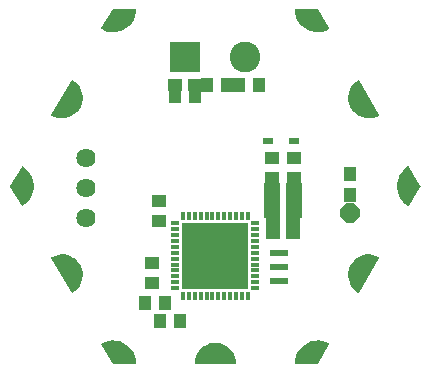
<source format=gbr>
G04 EAGLE Gerber RS-274X export*
G75*
%MOMM*%
%FSLAX34Y34*%
%LPD*%
%INSoldermask Bottom*%
%IPPOS*%
%AMOC8*
5,1,8,0,0,1.08239X$1,22.5*%
G01*
%ADD10C,1.101600*%
%ADD11R,2.601600X2.601600*%
%ADD12C,2.601600*%
%ADD13R,1.201600X1.101600*%
%ADD14R,1.101600X1.201600*%
%ADD15R,1.501597X0.501600*%
%ADD16R,0.651600X0.355600*%
%ADD17R,0.355600X0.651600*%
%ADD18R,5.701600X5.701600*%
%ADD19P,1.759533X8X112.500000*%
%ADD20R,1.401600X1.601600*%
%ADD21C,1.625600*%
%ADD22R,0.901600X0.601600*%

G36*
X17029Y319D02*
X17029Y319D01*
X17058Y317D01*
X17125Y339D01*
X17195Y353D01*
X17219Y369D01*
X17247Y378D01*
X17300Y425D01*
X17359Y465D01*
X17375Y490D01*
X17397Y509D01*
X17428Y573D01*
X17466Y633D01*
X17471Y662D01*
X17483Y688D01*
X17492Y787D01*
X17499Y829D01*
X17496Y840D01*
X17498Y854D01*
X17266Y3652D01*
X17256Y3685D01*
X17252Y3733D01*
X16563Y6455D01*
X16548Y6486D01*
X16536Y6533D01*
X15408Y9104D01*
X15388Y9132D01*
X15369Y9177D01*
X13833Y11527D01*
X13809Y11552D01*
X13783Y11592D01*
X11881Y13658D01*
X11853Y13678D01*
X11820Y13714D01*
X9605Y15438D01*
X9574Y15454D01*
X9536Y15483D01*
X7066Y16820D01*
X7033Y16830D01*
X6991Y16853D01*
X5805Y17260D01*
X4351Y17759D01*
X4335Y17765D01*
X4301Y17769D01*
X4255Y17785D01*
X1486Y18247D01*
X1451Y18246D01*
X1404Y18254D01*
X-1404Y18254D01*
X-1438Y18247D01*
X-1486Y18247D01*
X-4255Y17785D01*
X-4288Y17772D01*
X-4335Y17765D01*
X-6991Y16853D01*
X-7021Y16835D01*
X-7066Y16820D01*
X-9536Y15483D01*
X-9562Y15461D01*
X-9605Y15438D01*
X-11820Y13714D01*
X-11843Y13687D01*
X-11881Y13658D01*
X-13783Y11592D01*
X-13801Y11563D01*
X-13833Y11527D01*
X-15369Y9177D01*
X-15382Y9144D01*
X-15408Y9104D01*
X-16536Y6533D01*
X-16543Y6499D01*
X-16546Y6493D01*
X-16552Y6484D01*
X-16553Y6478D01*
X-16563Y6455D01*
X-17252Y3733D01*
X-17254Y3698D01*
X-17266Y3652D01*
X-17498Y854D01*
X-17494Y825D01*
X-17499Y796D01*
X-17483Y727D01*
X-17474Y656D01*
X-17460Y631D01*
X-17453Y603D01*
X-17411Y545D01*
X-17376Y484D01*
X-17352Y466D01*
X-17335Y442D01*
X-17274Y406D01*
X-17217Y363D01*
X-17189Y356D01*
X-17164Y341D01*
X-17066Y324D01*
X-17025Y314D01*
X-17014Y316D01*
X-17000Y313D01*
X17000Y313D01*
X17029Y319D01*
G37*
G36*
X-121393Y60622D02*
X-121393Y60622D01*
X-121322Y60619D01*
X-121295Y60630D01*
X-121266Y60632D01*
X-121176Y60674D01*
X-121136Y60689D01*
X-121128Y60697D01*
X-121115Y60702D01*
X-118812Y62302D01*
X-118788Y62327D01*
X-118748Y62354D01*
X-116739Y64311D01*
X-116720Y64340D01*
X-116685Y64374D01*
X-115026Y66634D01*
X-115011Y66666D01*
X-114982Y66705D01*
X-113718Y69208D01*
X-113709Y69241D01*
X-113687Y69284D01*
X-112851Y71961D01*
X-112848Y71996D01*
X-112833Y72042D01*
X-112450Y74820D01*
X-112452Y74855D01*
X-112446Y74902D01*
X-112525Y77706D01*
X-112533Y77740D01*
X-112534Y77788D01*
X-113073Y80540D01*
X-113087Y80572D01*
X-113096Y80619D01*
X-114081Y83245D01*
X-114096Y83270D01*
X-114101Y83289D01*
X-114109Y83300D01*
X-114116Y83319D01*
X-115520Y85747D01*
X-115543Y85773D01*
X-115567Y85815D01*
X-117351Y87979D01*
X-117378Y88000D01*
X-117409Y88038D01*
X-119525Y89878D01*
X-119555Y89895D01*
X-119591Y89927D01*
X-121982Y91394D01*
X-122014Y91406D01*
X-122055Y91431D01*
X-124654Y92485D01*
X-124688Y92491D01*
X-124733Y92509D01*
X-127470Y93121D01*
X-127505Y93122D01*
X-127552Y93132D01*
X-130352Y93285D01*
X-130386Y93280D01*
X-130434Y93283D01*
X-133222Y92972D01*
X-133255Y92962D01*
X-133303Y92956D01*
X-136001Y92191D01*
X-136031Y92176D01*
X-136078Y92162D01*
X-138613Y90964D01*
X-138637Y90946D01*
X-138664Y90936D01*
X-138716Y90887D01*
X-138773Y90845D01*
X-138787Y90820D01*
X-138809Y90800D01*
X-138837Y90734D01*
X-138873Y90673D01*
X-138876Y90644D01*
X-138888Y90617D01*
X-138889Y90546D01*
X-138898Y90476D01*
X-138890Y90448D01*
X-138890Y90418D01*
X-138856Y90326D01*
X-138844Y90284D01*
X-138837Y90276D01*
X-138832Y90263D01*
X-121832Y60863D01*
X-121813Y60841D01*
X-121800Y60814D01*
X-121747Y60767D01*
X-121700Y60714D01*
X-121674Y60701D01*
X-121652Y60682D01*
X-121585Y60659D01*
X-121521Y60628D01*
X-121492Y60627D01*
X-121464Y60617D01*
X-121393Y60622D01*
G37*
G36*
X130386Y208345D02*
X130386Y208345D01*
X130434Y208343D01*
X133222Y208653D01*
X133255Y208663D01*
X133303Y208669D01*
X136001Y209434D01*
X136031Y209450D01*
X136078Y209463D01*
X138613Y210661D01*
X138637Y210679D01*
X138664Y210689D01*
X138716Y210738D01*
X138773Y210780D01*
X138787Y210805D01*
X138809Y210825D01*
X138837Y210891D01*
X138873Y210952D01*
X138876Y210981D01*
X138888Y211008D01*
X138889Y211079D01*
X138898Y211149D01*
X138890Y211177D01*
X138890Y211207D01*
X138856Y211299D01*
X138844Y211341D01*
X138837Y211350D01*
X138832Y211362D01*
X121832Y240762D01*
X121813Y240784D01*
X121800Y240811D01*
X121747Y240858D01*
X121700Y240911D01*
X121674Y240924D01*
X121652Y240943D01*
X121585Y240966D01*
X121521Y240997D01*
X121492Y240998D01*
X121464Y241008D01*
X121393Y241003D01*
X121322Y241006D01*
X121295Y240995D01*
X121266Y240993D01*
X121176Y240951D01*
X121136Y240936D01*
X121128Y240929D01*
X121115Y240923D01*
X118812Y239323D01*
X118788Y239298D01*
X118748Y239271D01*
X116739Y237314D01*
X116720Y237285D01*
X116685Y237251D01*
X115026Y234991D01*
X115011Y234959D01*
X114982Y234920D01*
X113718Y232417D01*
X113709Y232384D01*
X113687Y232341D01*
X112851Y229664D01*
X112848Y229629D01*
X112833Y229583D01*
X112450Y226805D01*
X112452Y226770D01*
X112446Y226723D01*
X112525Y223919D01*
X112533Y223885D01*
X112534Y223837D01*
X113073Y221085D01*
X113087Y221053D01*
X113096Y221006D01*
X114081Y218380D01*
X114099Y218351D01*
X114116Y218306D01*
X115520Y215878D01*
X115543Y215852D01*
X115567Y215810D01*
X117351Y213646D01*
X117378Y213625D01*
X117409Y213587D01*
X119525Y211747D01*
X119555Y211730D01*
X119591Y211698D01*
X121982Y210231D01*
X122014Y210219D01*
X122055Y210194D01*
X124654Y209140D01*
X124688Y209134D01*
X124733Y209116D01*
X127470Y208504D01*
X127505Y208503D01*
X127552Y208493D01*
X130352Y208340D01*
X130386Y208345D01*
G37*
G36*
X121426Y60623D02*
X121426Y60623D01*
X121497Y60623D01*
X121524Y60634D01*
X121553Y60637D01*
X121615Y60672D01*
X121680Y60699D01*
X121701Y60720D01*
X121726Y60734D01*
X121789Y60811D01*
X121819Y60841D01*
X121823Y60852D01*
X121832Y60863D01*
X138832Y90263D01*
X138841Y90290D01*
X138858Y90314D01*
X138873Y90384D01*
X138895Y90451D01*
X138893Y90480D01*
X138899Y90509D01*
X138886Y90579D01*
X138880Y90649D01*
X138867Y90675D01*
X138861Y90704D01*
X138821Y90763D01*
X138789Y90826D01*
X138766Y90845D01*
X138750Y90869D01*
X138668Y90926D01*
X138635Y90953D01*
X138625Y90956D01*
X138613Y90964D01*
X136078Y92162D01*
X136044Y92171D01*
X136001Y92191D01*
X133303Y92956D01*
X133268Y92959D01*
X133222Y92972D01*
X130434Y93283D01*
X130400Y93279D01*
X130352Y93285D01*
X127552Y93132D01*
X127518Y93123D01*
X127470Y93121D01*
X124733Y92509D01*
X124701Y92495D01*
X124654Y92485D01*
X122055Y91431D01*
X122026Y91412D01*
X121982Y91394D01*
X119591Y89927D01*
X119566Y89903D01*
X119525Y89878D01*
X117409Y88038D01*
X117388Y88010D01*
X117351Y87979D01*
X115567Y85815D01*
X115551Y85784D01*
X115520Y85747D01*
X114116Y83319D01*
X114105Y83287D01*
X114098Y83274D01*
X114088Y83259D01*
X114088Y83257D01*
X114081Y83245D01*
X113096Y80619D01*
X113090Y80585D01*
X113073Y80540D01*
X112534Y77788D01*
X112534Y77753D01*
X112525Y77706D01*
X112446Y74902D01*
X112452Y74868D01*
X112450Y74820D01*
X112833Y72042D01*
X112845Y72009D01*
X112851Y71961D01*
X113687Y69284D01*
X113704Y69254D01*
X113718Y69208D01*
X114982Y66705D01*
X115004Y66677D01*
X115026Y66634D01*
X116685Y64374D01*
X116711Y64350D01*
X116739Y64311D01*
X118748Y62354D01*
X118777Y62336D01*
X118812Y62302D01*
X121115Y60702D01*
X121142Y60691D01*
X121165Y60672D01*
X121233Y60652D01*
X121298Y60624D01*
X121327Y60624D01*
X121355Y60615D01*
X121426Y60623D01*
G37*
G36*
X-127552Y208493D02*
X-127552Y208493D01*
X-127518Y208502D01*
X-127470Y208504D01*
X-124733Y209116D01*
X-124701Y209130D01*
X-124654Y209140D01*
X-122055Y210194D01*
X-122026Y210213D01*
X-121982Y210231D01*
X-119591Y211698D01*
X-119566Y211722D01*
X-119525Y211747D01*
X-117409Y213587D01*
X-117388Y213615D01*
X-117351Y213646D01*
X-115567Y215810D01*
X-115551Y215841D01*
X-115520Y215878D01*
X-114116Y218306D01*
X-114105Y218338D01*
X-114081Y218380D01*
X-113096Y221006D01*
X-113090Y221040D01*
X-113073Y221085D01*
X-112534Y223837D01*
X-112534Y223872D01*
X-112525Y223919D01*
X-112446Y226723D01*
X-112452Y226757D01*
X-112450Y226805D01*
X-112833Y229583D01*
X-112845Y229616D01*
X-112851Y229664D01*
X-113687Y232341D01*
X-113704Y232371D01*
X-113718Y232417D01*
X-114982Y234920D01*
X-115004Y234948D01*
X-115026Y234991D01*
X-116685Y237251D01*
X-116711Y237275D01*
X-116739Y237314D01*
X-118748Y239271D01*
X-118777Y239289D01*
X-118812Y239323D01*
X-121115Y240923D01*
X-121142Y240934D01*
X-121165Y240953D01*
X-121233Y240973D01*
X-121298Y241001D01*
X-121327Y241001D01*
X-121355Y241010D01*
X-121426Y241002D01*
X-121497Y241002D01*
X-121524Y240991D01*
X-121553Y240988D01*
X-121615Y240953D01*
X-121680Y240926D01*
X-121701Y240905D01*
X-121726Y240891D01*
X-121789Y240814D01*
X-121819Y240784D01*
X-121823Y240773D01*
X-121832Y240762D01*
X-138832Y211362D01*
X-138841Y211335D01*
X-138858Y211311D01*
X-138873Y211241D01*
X-138895Y211174D01*
X-138893Y211145D01*
X-138899Y211116D01*
X-138886Y211046D01*
X-138880Y210976D01*
X-138867Y210950D01*
X-138861Y210921D01*
X-138821Y210862D01*
X-138789Y210799D01*
X-138766Y210780D01*
X-138750Y210756D01*
X-138668Y210699D01*
X-138635Y210672D01*
X-138625Y210669D01*
X-138613Y210661D01*
X-136078Y209463D01*
X-136044Y209454D01*
X-136001Y209434D01*
X-133303Y208669D01*
X-133268Y208666D01*
X-133222Y208653D01*
X-130434Y208343D01*
X-130400Y208346D01*
X-130352Y208340D01*
X-127552Y208493D01*
G37*
G36*
X163727Y133823D02*
X163727Y133823D01*
X163798Y133823D01*
X163825Y133834D01*
X163854Y133837D01*
X163916Y133873D01*
X163981Y133900D01*
X164002Y133921D01*
X164027Y133935D01*
X164090Y134012D01*
X164120Y134043D01*
X164124Y134053D01*
X164133Y134063D01*
X173633Y150563D01*
X173643Y150595D01*
X173652Y150608D01*
X173656Y150633D01*
X173657Y150636D01*
X173688Y150707D01*
X173688Y150730D01*
X173696Y150752D01*
X173690Y150829D01*
X173691Y150906D01*
X173681Y150930D01*
X173680Y150950D01*
X173659Y150990D01*
X173633Y151062D01*
X164133Y167562D01*
X164114Y167583D01*
X164101Y167610D01*
X164048Y167657D01*
X164001Y167711D01*
X163975Y167723D01*
X163954Y167743D01*
X163886Y167766D01*
X163822Y167797D01*
X163793Y167798D01*
X163766Y167807D01*
X163694Y167803D01*
X163623Y167806D01*
X163596Y167796D01*
X163567Y167794D01*
X163477Y167751D01*
X163437Y167737D01*
X163429Y167729D01*
X163416Y167723D01*
X160893Y165982D01*
X160869Y165957D01*
X160831Y165931D01*
X158619Y163807D01*
X158600Y163779D01*
X158566Y163747D01*
X156724Y161295D01*
X156710Y161265D01*
X156681Y161227D01*
X155256Y158512D01*
X155247Y158481D01*
X155231Y158456D01*
X155230Y158448D01*
X155225Y158439D01*
X154254Y155530D01*
X154250Y155496D01*
X154235Y155452D01*
X153743Y152426D01*
X153744Y152392D01*
X153736Y152346D01*
X153736Y149279D01*
X153737Y149276D01*
X153737Y149273D01*
X153743Y149247D01*
X153743Y149246D01*
X153743Y149199D01*
X154235Y146173D01*
X154247Y146141D01*
X154254Y146095D01*
X155225Y143186D01*
X155242Y143157D01*
X155256Y143113D01*
X156681Y140398D01*
X156703Y140371D01*
X156724Y140330D01*
X158566Y137878D01*
X158591Y137856D01*
X158619Y137818D01*
X160831Y135694D01*
X160859Y135676D01*
X160893Y135643D01*
X163416Y133902D01*
X163443Y133890D01*
X163465Y133872D01*
X163534Y133852D01*
X163599Y133824D01*
X163628Y133823D01*
X163656Y133815D01*
X163727Y133823D01*
G37*
G36*
X-163694Y133822D02*
X-163694Y133822D01*
X-163623Y133819D01*
X-163596Y133829D01*
X-163567Y133831D01*
X-163477Y133874D01*
X-163437Y133888D01*
X-163429Y133896D01*
X-163416Y133902D01*
X-160893Y135643D01*
X-160869Y135668D01*
X-160831Y135694D01*
X-158619Y137818D01*
X-158600Y137846D01*
X-158566Y137878D01*
X-156724Y140330D01*
X-156710Y140360D01*
X-156681Y140398D01*
X-155256Y143113D01*
X-155247Y143145D01*
X-155225Y143186D01*
X-154254Y146095D01*
X-154250Y146129D01*
X-154235Y146173D01*
X-153743Y149199D01*
X-153744Y149233D01*
X-153736Y149279D01*
X-153736Y152346D01*
X-153743Y152379D01*
X-153743Y152426D01*
X-154235Y155452D01*
X-154247Y155484D01*
X-154254Y155530D01*
X-155225Y158439D01*
X-155238Y158462D01*
X-155244Y158486D01*
X-155251Y158495D01*
X-155256Y158512D01*
X-156681Y161227D01*
X-156703Y161254D01*
X-156724Y161295D01*
X-158566Y163747D01*
X-158591Y163769D01*
X-158619Y163807D01*
X-160831Y165931D01*
X-160859Y165949D01*
X-160893Y165982D01*
X-163416Y167723D01*
X-163443Y167735D01*
X-163465Y167753D01*
X-163534Y167774D01*
X-163599Y167801D01*
X-163628Y167802D01*
X-163656Y167810D01*
X-163727Y167802D01*
X-163798Y167802D01*
X-163825Y167791D01*
X-163854Y167788D01*
X-163916Y167753D01*
X-163981Y167725D01*
X-164002Y167704D01*
X-164027Y167690D01*
X-164090Y167613D01*
X-164120Y167582D01*
X-164124Y167572D01*
X-164133Y167562D01*
X-173633Y151062D01*
X-173657Y150989D01*
X-173688Y150918D01*
X-173688Y150895D01*
X-173696Y150873D01*
X-173690Y150796D01*
X-173691Y150719D01*
X-173681Y150695D01*
X-173680Y150675D01*
X-173659Y150635D01*
X-173640Y150583D01*
X-173639Y150578D01*
X-173637Y150576D01*
X-173633Y150563D01*
X-164133Y134063D01*
X-164114Y134042D01*
X-164101Y134015D01*
X-164048Y133968D01*
X-164001Y133914D01*
X-163975Y133902D01*
X-163954Y133882D01*
X-163886Y133859D01*
X-163822Y133828D01*
X-163793Y133827D01*
X-163766Y133818D01*
X-163694Y133822D01*
G37*
G36*
X86676Y329D02*
X86676Y329D01*
X86754Y337D01*
X86773Y348D01*
X86795Y353D01*
X86859Y397D01*
X86927Y435D01*
X86943Y454D01*
X86959Y465D01*
X86983Y503D01*
X87033Y563D01*
X96533Y17063D01*
X96542Y17091D01*
X96558Y17114D01*
X96573Y17184D01*
X96596Y17252D01*
X96593Y17281D01*
X96599Y17309D01*
X96586Y17379D01*
X96580Y17450D01*
X96567Y17476D01*
X96561Y17504D01*
X96521Y17563D01*
X96488Y17627D01*
X96466Y17645D01*
X96450Y17669D01*
X96367Y17726D01*
X96335Y17753D01*
X96324Y17756D01*
X96314Y17764D01*
X93548Y19072D01*
X93515Y19080D01*
X93472Y19101D01*
X90532Y19948D01*
X90498Y19951D01*
X90454Y19964D01*
X87416Y20330D01*
X87382Y20327D01*
X87335Y20333D01*
X84278Y20206D01*
X84245Y20198D01*
X84198Y20196D01*
X81201Y19580D01*
X81170Y19567D01*
X81124Y19558D01*
X78264Y18470D01*
X78236Y18451D01*
X78192Y18435D01*
X75544Y16902D01*
X75518Y16879D01*
X75478Y16856D01*
X73110Y14918D01*
X73088Y14892D01*
X73052Y14862D01*
X71025Y12570D01*
X71009Y12540D01*
X70977Y12505D01*
X69345Y9917D01*
X69333Y9886D01*
X69308Y9846D01*
X68112Y7030D01*
X68105Y6996D01*
X68102Y6990D01*
X68098Y6983D01*
X68097Y6978D01*
X68086Y6953D01*
X67358Y3982D01*
X67356Y3948D01*
X67345Y3902D01*
X67102Y852D01*
X67106Y824D01*
X67101Y796D01*
X67118Y726D01*
X67126Y655D01*
X67141Y630D01*
X67147Y603D01*
X67190Y545D01*
X67226Y482D01*
X67248Y465D01*
X67265Y442D01*
X67327Y406D01*
X67384Y362D01*
X67412Y355D01*
X67436Y341D01*
X67536Y324D01*
X67577Y314D01*
X67587Y315D01*
X67600Y313D01*
X86600Y313D01*
X86676Y329D01*
G37*
G36*
X87369Y281298D02*
X87369Y281298D01*
X87416Y281295D01*
X90454Y281661D01*
X90486Y281671D01*
X90532Y281677D01*
X93472Y282524D01*
X93502Y282540D01*
X93548Y282553D01*
X96314Y283861D01*
X96336Y283878D01*
X96363Y283888D01*
X96415Y283937D01*
X96473Y283980D01*
X96487Y284005D01*
X96508Y284025D01*
X96537Y284090D01*
X96573Y284152D01*
X96576Y284181D01*
X96588Y284207D01*
X96589Y284279D01*
X96598Y284349D01*
X96590Y284377D01*
X96591Y284406D01*
X96555Y284500D01*
X96544Y284541D01*
X96537Y284549D01*
X96533Y284562D01*
X87033Y301062D01*
X86981Y301120D01*
X86935Y301183D01*
X86916Y301194D01*
X86901Y301211D01*
X86831Y301244D01*
X86764Y301284D01*
X86740Y301288D01*
X86722Y301297D01*
X86677Y301299D01*
X86600Y301312D01*
X67600Y301312D01*
X67572Y301306D01*
X67544Y301309D01*
X67476Y301286D01*
X67405Y301272D01*
X67382Y301256D01*
X67355Y301247D01*
X67300Y301200D01*
X67241Y301160D01*
X67226Y301136D01*
X67205Y301117D01*
X67173Y301053D01*
X67134Y300992D01*
X67129Y300964D01*
X67117Y300939D01*
X67108Y300837D01*
X67101Y300796D01*
X67103Y300786D01*
X67102Y300773D01*
X67345Y297723D01*
X67354Y297690D01*
X67358Y297643D01*
X68086Y294672D01*
X68101Y294641D01*
X68112Y294595D01*
X69308Y291779D01*
X69327Y291751D01*
X69345Y291708D01*
X70977Y289120D01*
X71001Y289095D01*
X71025Y289055D01*
X73052Y286763D01*
X73079Y286742D01*
X73110Y286707D01*
X75478Y284769D01*
X75508Y284753D01*
X75544Y284723D01*
X78192Y283190D01*
X78224Y283179D01*
X78264Y283155D01*
X81124Y282067D01*
X81157Y282061D01*
X81201Y282045D01*
X84198Y281429D01*
X84232Y281429D01*
X84278Y281419D01*
X87335Y281292D01*
X87369Y281298D01*
G37*
G36*
X-67572Y319D02*
X-67572Y319D01*
X-67544Y316D01*
X-67476Y339D01*
X-67405Y353D01*
X-67382Y369D01*
X-67355Y378D01*
X-67300Y425D01*
X-67241Y465D01*
X-67226Y489D01*
X-67205Y508D01*
X-67173Y572D01*
X-67134Y633D01*
X-67129Y661D01*
X-67117Y686D01*
X-67108Y788D01*
X-67101Y829D01*
X-67103Y839D01*
X-67102Y852D01*
X-67345Y3902D01*
X-67354Y3935D01*
X-67358Y3982D01*
X-68086Y6953D01*
X-68101Y6984D01*
X-68112Y7030D01*
X-69308Y9846D01*
X-69327Y9874D01*
X-69345Y9917D01*
X-70977Y12505D01*
X-71001Y12530D01*
X-71025Y12570D01*
X-73052Y14862D01*
X-73079Y14883D01*
X-73110Y14918D01*
X-75478Y16856D01*
X-75508Y16872D01*
X-75544Y16902D01*
X-78192Y18435D01*
X-78224Y18446D01*
X-78264Y18470D01*
X-81124Y19558D01*
X-81157Y19564D01*
X-81201Y19580D01*
X-84198Y20196D01*
X-84232Y20196D01*
X-84278Y20206D01*
X-87335Y20333D01*
X-87369Y20327D01*
X-87416Y20330D01*
X-90454Y19964D01*
X-90486Y19954D01*
X-90532Y19948D01*
X-93472Y19101D01*
X-93502Y19085D01*
X-93548Y19072D01*
X-96314Y17764D01*
X-96336Y17747D01*
X-96363Y17737D01*
X-96415Y17688D01*
X-96473Y17645D01*
X-96487Y17620D01*
X-96508Y17600D01*
X-96537Y17535D01*
X-96573Y17473D01*
X-96576Y17445D01*
X-96588Y17418D01*
X-96589Y17346D01*
X-96598Y17276D01*
X-96590Y17248D01*
X-96591Y17219D01*
X-96555Y17125D01*
X-96544Y17084D01*
X-96537Y17076D01*
X-96533Y17063D01*
X-87033Y563D01*
X-86981Y505D01*
X-86935Y442D01*
X-86916Y431D01*
X-86901Y414D01*
X-86831Y381D01*
X-86764Y341D01*
X-86740Y337D01*
X-86722Y328D01*
X-86677Y326D01*
X-86600Y313D01*
X-67600Y313D01*
X-67572Y319D01*
G37*
G36*
X-84278Y281419D02*
X-84278Y281419D01*
X-84245Y281427D01*
X-84198Y281429D01*
X-81201Y282045D01*
X-81170Y282058D01*
X-81124Y282067D01*
X-78264Y283155D01*
X-78236Y283174D01*
X-78192Y283190D01*
X-75544Y284723D01*
X-75518Y284746D01*
X-75478Y284769D01*
X-73110Y286707D01*
X-73088Y286733D01*
X-73052Y286763D01*
X-71025Y289055D01*
X-71009Y289085D01*
X-70977Y289120D01*
X-69345Y291708D01*
X-69333Y291740D01*
X-69308Y291779D01*
X-68112Y294595D01*
X-68105Y294629D01*
X-68086Y294672D01*
X-67358Y297643D01*
X-67356Y297677D01*
X-67345Y297723D01*
X-67102Y300773D01*
X-67106Y300801D01*
X-67101Y300829D01*
X-67118Y300899D01*
X-67126Y300970D01*
X-67141Y300995D01*
X-67147Y301022D01*
X-67190Y301080D01*
X-67226Y301143D01*
X-67248Y301160D01*
X-67265Y301183D01*
X-67327Y301219D01*
X-67384Y301263D01*
X-67412Y301270D01*
X-67436Y301284D01*
X-67536Y301301D01*
X-67577Y301311D01*
X-67587Y301310D01*
X-67600Y301312D01*
X-86600Y301312D01*
X-86676Y301296D01*
X-86754Y301288D01*
X-86773Y301277D01*
X-86795Y301272D01*
X-86859Y301228D01*
X-86927Y301190D01*
X-86943Y301171D01*
X-86959Y301160D01*
X-86983Y301122D01*
X-87033Y301062D01*
X-96533Y284562D01*
X-96542Y284534D01*
X-96558Y284511D01*
X-96573Y284441D01*
X-96596Y284373D01*
X-96593Y284345D01*
X-96599Y284316D01*
X-96586Y284246D01*
X-96580Y284175D01*
X-96567Y284149D01*
X-96561Y284121D01*
X-96521Y284062D01*
X-96488Y283998D01*
X-96466Y283980D01*
X-96450Y283956D01*
X-96367Y283899D01*
X-96335Y283872D01*
X-96324Y283869D01*
X-96314Y283861D01*
X-93548Y282553D01*
X-93515Y282545D01*
X-93472Y282524D01*
X-90532Y281677D01*
X-90498Y281674D01*
X-90454Y281661D01*
X-87416Y281295D01*
X-87382Y281298D01*
X-87335Y281292D01*
X-84278Y281419D01*
G37*
D10*
X82600Y293913D03*
X165200Y150813D03*
X82600Y7713D03*
X-82600Y7713D03*
X-165200Y150813D03*
X-82600Y293913D03*
X123900Y222313D03*
X123900Y79313D03*
X0Y7713D03*
X-123900Y79313D03*
X-123900Y222313D03*
D11*
X-25400Y260350D03*
D12*
X25400Y260350D03*
D13*
X-33900Y236538D03*
X-16900Y236538D03*
D14*
X-16900Y227013D03*
X-33900Y227013D03*
X37075Y236538D03*
X20075Y236538D03*
X10088Y236538D03*
X-6913Y236538D03*
D13*
X47625Y158188D03*
X47625Y175188D03*
X66675Y175188D03*
X66675Y158188D03*
D15*
X53975Y70550D03*
X53975Y82550D03*
X53975Y94550D03*
D16*
X33800Y119582D03*
X33800Y114581D03*
X33800Y109579D03*
X33800Y104578D03*
X33800Y99577D03*
X33800Y94576D03*
X33800Y89574D03*
X33800Y84573D03*
X33800Y79572D03*
X33800Y74571D03*
X33800Y69569D03*
X33800Y64568D03*
D17*
X27507Y58275D03*
X22506Y58275D03*
X17504Y58275D03*
X12503Y58275D03*
X7502Y58275D03*
X2501Y58275D03*
X-2501Y58275D03*
X-7502Y58275D03*
X-12503Y58275D03*
X-17504Y58275D03*
X-22506Y58275D03*
X-27507Y58275D03*
D16*
X-33800Y64568D03*
X-33800Y69569D03*
X-33800Y74571D03*
X-33800Y79572D03*
X-33800Y84573D03*
X-33800Y89574D03*
X-33800Y94576D03*
X-33800Y99577D03*
X-33800Y104578D03*
X-33800Y109579D03*
X-33800Y114581D03*
X-33800Y119582D03*
D17*
X-27507Y125875D03*
X-22506Y125875D03*
X-17504Y125875D03*
X-12503Y125875D03*
X-7502Y125875D03*
X-2501Y125875D03*
X2501Y125875D03*
X7502Y125875D03*
X12503Y125875D03*
X17504Y125875D03*
X22506Y125875D03*
X27507Y125875D03*
D18*
X0Y92075D03*
D19*
X114300Y128588D03*
D13*
X-47625Y138675D03*
X-47625Y121675D03*
D14*
X-29600Y36513D03*
X-46600Y36513D03*
X114300Y143900D03*
X114300Y160900D03*
D13*
X48650Y111125D03*
X65650Y111125D03*
X48650Y120650D03*
X65650Y120650D03*
D20*
X47650Y131763D03*
X66650Y131763D03*
X47650Y146050D03*
X66650Y146050D03*
D21*
X-109538Y174625D03*
X-109538Y149225D03*
X-109538Y123825D03*
D22*
X66563Y188913D03*
X44563Y188913D03*
D13*
X-53975Y86288D03*
X-53975Y69288D03*
D14*
X-42300Y52388D03*
X-59300Y52388D03*
M02*

</source>
